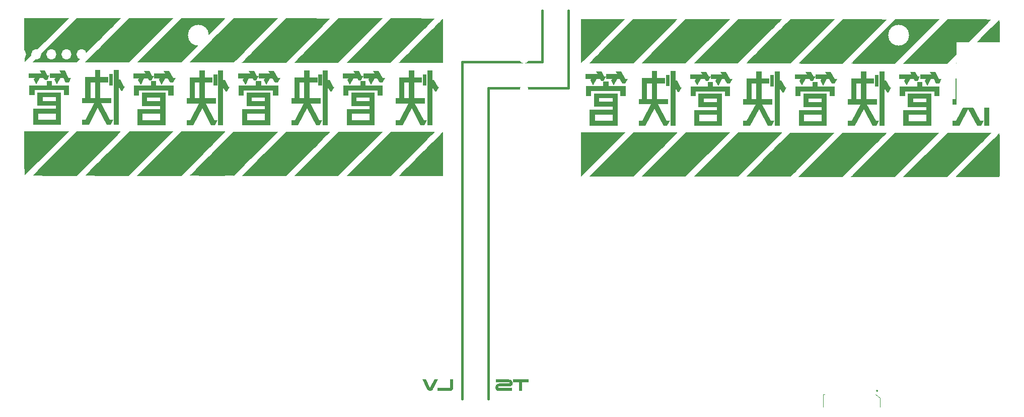
<source format=gbr>
%TF.GenerationSoftware,KiCad,Pcbnew,8.0.1-1.fc39*%
%TF.CreationDate,2024-04-19T17:20:26+02:00*%
%TF.ProjectId,FT24-AMS_Slave-v5,46543234-2d41-44d5-935f-536c6176652d,rev?*%
%TF.SameCoordinates,PX2faf080PY47868c0*%
%TF.FileFunction,Legend,Bot*%
%TF.FilePolarity,Positive*%
%FSLAX46Y46*%
G04 Gerber Fmt 4.6, Leading zero omitted, Abs format (unit mm)*
G04 Created by KiCad (PCBNEW 8.0.1-1.fc39) date 2024-04-19 17:20:26*
%MOMM*%
%LPD*%
G01*
G04 APERTURE LIST*
%ADD10C,0.400000*%
%ADD11C,0.150000*%
%ADD12C,0.300000*%
%ADD13C,0.100000*%
%ADD14C,0.200000*%
%ADD15C,0.000000*%
%ADD16R,1.700000X1.700000*%
%ADD17O,1.700000X1.700000*%
%ADD18C,3.500000*%
%ADD19C,1.400000*%
%ADD20C,0.850000*%
%ADD21R,0.550000X1.500000*%
G04 APERTURE END LIST*
D10*
X116700000Y-200000D02*
X116700000Y-13200000D01*
X98799847Y-65500000D02*
X98800152Y-8800000D01*
X112300000Y-200000D02*
X112300000Y-8800000D01*
X112300000Y-8800000D02*
X98800000Y-8800000D01*
X103200000Y-65500000D02*
X103200000Y-13200000D01*
X116700000Y-13200000D02*
X103200000Y-13200000D01*
D11*
G36*
X55558033Y-11435792D02*
G01*
X56869128Y-11435792D01*
X56869128Y-12309204D01*
X55558033Y-12309204D01*
X55558033Y-14935303D01*
X57383015Y-14935303D01*
X57383015Y-15810669D01*
X55692855Y-15810669D01*
X57148542Y-18587222D01*
X57707370Y-18587222D01*
X57259917Y-19437187D01*
X56611208Y-19437187D01*
X55120350Y-16596154D01*
X53619722Y-19437187D01*
X52476665Y-19437187D01*
X52476665Y-18587222D01*
X53082387Y-18587222D01*
X54538075Y-15810669D01*
X52476665Y-15810669D01*
X52476665Y-14935303D01*
X53015953Y-14935303D01*
X53015953Y-12309204D01*
X53889366Y-12309204D01*
X53889366Y-14935303D01*
X54661173Y-14935303D01*
X54661173Y-12309204D01*
X53889366Y-12309204D01*
X53015953Y-12309204D01*
X53015953Y-11435792D01*
X54661173Y-11435792D01*
X54661173Y-10249748D01*
X55558033Y-10249748D01*
X55558033Y-11435792D01*
G37*
G36*
X58637447Y-11807041D02*
G01*
X58907091Y-11807041D01*
X59534306Y-13004808D01*
X59702345Y-13004808D01*
X59276386Y-13809832D01*
X59030189Y-13809832D01*
X58637447Y-13071242D01*
X58637447Y-19437187D01*
X57787482Y-19437187D01*
X57787482Y-10226301D01*
X58637447Y-10226301D01*
X58637447Y-11807041D01*
G37*
G36*
X57640936Y-12809413D02*
G01*
X57025444Y-12809413D01*
X57025444Y-10873056D01*
X57640936Y-10873056D01*
X57640936Y-12809413D01*
G37*
G36*
X48930259Y-19437187D02*
G01*
X44215395Y-19437187D01*
X44215395Y-17561402D01*
X45088807Y-17561402D01*
X45088807Y-18632163D01*
X48056847Y-18632163D01*
X48056847Y-17561402D01*
X45088807Y-17561402D01*
X44215395Y-17561402D01*
X44215395Y-16756378D01*
X48056847Y-16756378D01*
X48056847Y-16242491D01*
X44953985Y-16242491D01*
X44953985Y-14810251D01*
X45827398Y-14810251D01*
X45827398Y-15435512D01*
X48056847Y-15435512D01*
X48056847Y-14810251D01*
X45827398Y-14810251D01*
X44953985Y-14810251D01*
X44953985Y-14005226D01*
X48930259Y-14005226D01*
X48930259Y-19437187D01*
G37*
G36*
X47384690Y-12809413D02*
G01*
X50274572Y-12809413D01*
X50274572Y-14435094D01*
X49401159Y-14435094D01*
X49401159Y-13639839D01*
X44483085Y-13639839D01*
X44483085Y-14435094D01*
X43609673Y-14435094D01*
X43609673Y-12809413D01*
X46511278Y-12809413D01*
X46511278Y-12037606D01*
X47384690Y-12037606D01*
X47384690Y-12809413D01*
G37*
G36*
X50217907Y-11549120D02*
G01*
X50643867Y-11549120D01*
X50229631Y-12309204D01*
X49713790Y-12309204D01*
X49299554Y-11558890D01*
X48863825Y-11558890D01*
X48269826Y-12668729D01*
X47832143Y-11840258D01*
X47978689Y-11558890D01*
X47027119Y-11558890D01*
X47027119Y-10775359D01*
X48885318Y-10775359D01*
X48639121Y-10316182D01*
X49557475Y-10316182D01*
X50217907Y-11549120D01*
G37*
G36*
X46667593Y-11134884D02*
G01*
X46991948Y-11134884D01*
X46589435Y-11894968D01*
X46163476Y-11894968D01*
X45985667Y-11558890D01*
X45346728Y-11558890D01*
X44764453Y-12657006D01*
X44326770Y-11828534D01*
X44473315Y-11558890D01*
X43519791Y-11558890D01*
X43519791Y-10775359D01*
X45569477Y-10775359D01*
X45323281Y-10316182D01*
X46231864Y-10316182D01*
X46667593Y-11134884D01*
G37*
G36*
X184373761Y-11588709D02*
G01*
X185684856Y-11588709D01*
X185684856Y-12462121D01*
X184373761Y-12462121D01*
X184373761Y-15088220D01*
X186198743Y-15088220D01*
X186198743Y-15963586D01*
X184508583Y-15963586D01*
X185964270Y-18740139D01*
X186523098Y-18740139D01*
X186075645Y-19590104D01*
X185426936Y-19590104D01*
X183936078Y-16749071D01*
X182435450Y-19590104D01*
X181292393Y-19590104D01*
X181292393Y-18740139D01*
X181898115Y-18740139D01*
X183353803Y-15963586D01*
X181292393Y-15963586D01*
X181292393Y-15088220D01*
X181831681Y-15088220D01*
X181831681Y-12462121D01*
X182705094Y-12462121D01*
X182705094Y-15088220D01*
X183476901Y-15088220D01*
X183476901Y-12462121D01*
X182705094Y-12462121D01*
X181831681Y-12462121D01*
X181831681Y-11588709D01*
X183476901Y-11588709D01*
X183476901Y-10402665D01*
X184373761Y-10402665D01*
X184373761Y-11588709D01*
G37*
G36*
X187453175Y-11959958D02*
G01*
X187722819Y-11959958D01*
X188350034Y-13157725D01*
X188518073Y-13157725D01*
X188092114Y-13962749D01*
X187845917Y-13962749D01*
X187453175Y-13224159D01*
X187453175Y-19590104D01*
X186603210Y-19590104D01*
X186603210Y-10379218D01*
X187453175Y-10379218D01*
X187453175Y-11959958D01*
G37*
G36*
X186456664Y-12962330D02*
G01*
X185841172Y-12962330D01*
X185841172Y-11025973D01*
X186456664Y-11025973D01*
X186456664Y-12962330D01*
G37*
G36*
X177745987Y-19590104D02*
G01*
X173031123Y-19590104D01*
X173031123Y-17714319D01*
X173904535Y-17714319D01*
X173904535Y-18785080D01*
X176872575Y-18785080D01*
X176872575Y-17714319D01*
X173904535Y-17714319D01*
X173031123Y-17714319D01*
X173031123Y-16909295D01*
X176872575Y-16909295D01*
X176872575Y-16395408D01*
X173769713Y-16395408D01*
X173769713Y-14963168D01*
X174643126Y-14963168D01*
X174643126Y-15588429D01*
X176872575Y-15588429D01*
X176872575Y-14963168D01*
X174643126Y-14963168D01*
X173769713Y-14963168D01*
X173769713Y-14158143D01*
X177745987Y-14158143D01*
X177745987Y-19590104D01*
G37*
G36*
X176200418Y-12962330D02*
G01*
X179090300Y-12962330D01*
X179090300Y-14588011D01*
X178216887Y-14588011D01*
X178216887Y-13792756D01*
X173298813Y-13792756D01*
X173298813Y-14588011D01*
X172425401Y-14588011D01*
X172425401Y-12962330D01*
X175327006Y-12962330D01*
X175327006Y-12190523D01*
X176200418Y-12190523D01*
X176200418Y-12962330D01*
G37*
G36*
X179033635Y-11702037D02*
G01*
X179459595Y-11702037D01*
X179045359Y-12462121D01*
X178529518Y-12462121D01*
X178115282Y-11711807D01*
X177679553Y-11711807D01*
X177085554Y-12821646D01*
X176647871Y-11993175D01*
X176794417Y-11711807D01*
X175842847Y-11711807D01*
X175842847Y-10928276D01*
X177701046Y-10928276D01*
X177454849Y-10469099D01*
X178373203Y-10469099D01*
X179033635Y-11702037D01*
G37*
G36*
X175483321Y-11287801D02*
G01*
X175807676Y-11287801D01*
X175405163Y-12047885D01*
X174979204Y-12047885D01*
X174801395Y-11711807D01*
X174162456Y-11711807D01*
X173580181Y-12809923D01*
X173142498Y-11981451D01*
X173289043Y-11711807D01*
X172335519Y-11711807D01*
X172335519Y-10928276D01*
X174385205Y-10928276D01*
X174139009Y-10469099D01*
X175047592Y-10469099D01*
X175483321Y-11287801D01*
G37*
G36*
X37988976Y-11372764D02*
G01*
X39300071Y-11372764D01*
X39300071Y-12246176D01*
X37988976Y-12246176D01*
X37988976Y-14872275D01*
X39813958Y-14872275D01*
X39813958Y-15747641D01*
X38123798Y-15747641D01*
X39579485Y-18524194D01*
X40138313Y-18524194D01*
X39690860Y-19374159D01*
X39042151Y-19374159D01*
X37551293Y-16533126D01*
X36050665Y-19374159D01*
X34907608Y-19374159D01*
X34907608Y-18524194D01*
X35513330Y-18524194D01*
X36969018Y-15747641D01*
X34907608Y-15747641D01*
X34907608Y-14872275D01*
X35446896Y-14872275D01*
X35446896Y-12246176D01*
X36320309Y-12246176D01*
X36320309Y-14872275D01*
X37092116Y-14872275D01*
X37092116Y-12246176D01*
X36320309Y-12246176D01*
X35446896Y-12246176D01*
X35446896Y-11372764D01*
X37092116Y-11372764D01*
X37092116Y-10186720D01*
X37988976Y-10186720D01*
X37988976Y-11372764D01*
G37*
G36*
X41068390Y-11744013D02*
G01*
X41338034Y-11744013D01*
X41965249Y-12941780D01*
X42133288Y-12941780D01*
X41707329Y-13746804D01*
X41461132Y-13746804D01*
X41068390Y-13008214D01*
X41068390Y-19374159D01*
X40218425Y-19374159D01*
X40218425Y-10163273D01*
X41068390Y-10163273D01*
X41068390Y-11744013D01*
G37*
G36*
X40071879Y-12746385D02*
G01*
X39456387Y-12746385D01*
X39456387Y-10810028D01*
X40071879Y-10810028D01*
X40071879Y-12746385D01*
G37*
G36*
X31361202Y-19374159D02*
G01*
X26646338Y-19374159D01*
X26646338Y-17498374D01*
X27519750Y-17498374D01*
X27519750Y-18569135D01*
X30487790Y-18569135D01*
X30487790Y-17498374D01*
X27519750Y-17498374D01*
X26646338Y-17498374D01*
X26646338Y-16693350D01*
X30487790Y-16693350D01*
X30487790Y-16179463D01*
X27384928Y-16179463D01*
X27384928Y-14747223D01*
X28258341Y-14747223D01*
X28258341Y-15372484D01*
X30487790Y-15372484D01*
X30487790Y-14747223D01*
X28258341Y-14747223D01*
X27384928Y-14747223D01*
X27384928Y-13942198D01*
X31361202Y-13942198D01*
X31361202Y-19374159D01*
G37*
G36*
X29815633Y-12746385D02*
G01*
X32705515Y-12746385D01*
X32705515Y-14372066D01*
X31832102Y-14372066D01*
X31832102Y-13576811D01*
X26914028Y-13576811D01*
X26914028Y-14372066D01*
X26040616Y-14372066D01*
X26040616Y-12746385D01*
X28942221Y-12746385D01*
X28942221Y-11974578D01*
X29815633Y-11974578D01*
X29815633Y-12746385D01*
G37*
G36*
X32648850Y-11486092D02*
G01*
X33074810Y-11486092D01*
X32660574Y-12246176D01*
X32144733Y-12246176D01*
X31730497Y-11495862D01*
X31294768Y-11495862D01*
X30700769Y-12605701D01*
X30263086Y-11777230D01*
X30409632Y-11495862D01*
X29458062Y-11495862D01*
X29458062Y-10712331D01*
X31316261Y-10712331D01*
X31070064Y-10253154D01*
X31988418Y-10253154D01*
X32648850Y-11486092D01*
G37*
G36*
X29098536Y-11071856D02*
G01*
X29422891Y-11071856D01*
X29020378Y-11831940D01*
X28594419Y-11831940D01*
X28416610Y-11495862D01*
X27777671Y-11495862D01*
X27195396Y-12593978D01*
X26757713Y-11765506D01*
X26904258Y-11495862D01*
X25950734Y-11495862D01*
X25950734Y-10712331D01*
X28000420Y-10712331D01*
X27754224Y-10253154D01*
X28662807Y-10253154D01*
X29098536Y-11071856D01*
G37*
D12*
G36*
X97324284Y-63598241D02*
G01*
X97324284Y-62252951D01*
X96808932Y-62252951D01*
X96808932Y-63691053D01*
X94649825Y-63691053D01*
X94649825Y-64191263D01*
X96723447Y-64191263D01*
X96824122Y-64182848D01*
X96919702Y-64157603D01*
X97010186Y-64115528D01*
X97095574Y-64056624D01*
X97142079Y-64015408D01*
X97213075Y-63935339D01*
X97266633Y-63849006D01*
X97302754Y-63756408D01*
X97321437Y-63657546D01*
X97324284Y-63598241D01*
G37*
G36*
X94766085Y-62252951D02*
G01*
X94182344Y-62252951D01*
X93440823Y-63663210D01*
X92685624Y-62252951D01*
X92101395Y-62252951D01*
X92934263Y-63801451D01*
X92988134Y-63892813D01*
X93059981Y-63989885D01*
X93136836Y-64067924D01*
X93218700Y-64126928D01*
X93323549Y-64172609D01*
X93435611Y-64190882D01*
X93454989Y-64191263D01*
X93560805Y-64175188D01*
X93663565Y-64126966D01*
X93746863Y-64062222D01*
X93828038Y-63975153D01*
X93891449Y-63889424D01*
X93953502Y-63789407D01*
X93984019Y-63734040D01*
X94766085Y-62252951D01*
G37*
D11*
G36*
X73173761Y-11435792D02*
G01*
X74484856Y-11435792D01*
X74484856Y-12309204D01*
X73173761Y-12309204D01*
X73173761Y-14935303D01*
X74998743Y-14935303D01*
X74998743Y-15810669D01*
X73308583Y-15810669D01*
X74764270Y-18587222D01*
X75323098Y-18587222D01*
X74875645Y-19437187D01*
X74226936Y-19437187D01*
X72736078Y-16596154D01*
X71235450Y-19437187D01*
X70092393Y-19437187D01*
X70092393Y-18587222D01*
X70698115Y-18587222D01*
X72153803Y-15810669D01*
X70092393Y-15810669D01*
X70092393Y-14935303D01*
X70631681Y-14935303D01*
X70631681Y-12309204D01*
X71505094Y-12309204D01*
X71505094Y-14935303D01*
X72276901Y-14935303D01*
X72276901Y-12309204D01*
X71505094Y-12309204D01*
X70631681Y-12309204D01*
X70631681Y-11435792D01*
X72276901Y-11435792D01*
X72276901Y-10249748D01*
X73173761Y-10249748D01*
X73173761Y-11435792D01*
G37*
G36*
X76253175Y-11807041D02*
G01*
X76522819Y-11807041D01*
X77150034Y-13004808D01*
X77318073Y-13004808D01*
X76892114Y-13809832D01*
X76645917Y-13809832D01*
X76253175Y-13071242D01*
X76253175Y-19437187D01*
X75403210Y-19437187D01*
X75403210Y-10226301D01*
X76253175Y-10226301D01*
X76253175Y-11807041D01*
G37*
G36*
X75256664Y-12809413D02*
G01*
X74641172Y-12809413D01*
X74641172Y-10873056D01*
X75256664Y-10873056D01*
X75256664Y-12809413D01*
G37*
G36*
X66545987Y-19437187D02*
G01*
X61831123Y-19437187D01*
X61831123Y-17561402D01*
X62704535Y-17561402D01*
X62704535Y-18632163D01*
X65672575Y-18632163D01*
X65672575Y-17561402D01*
X62704535Y-17561402D01*
X61831123Y-17561402D01*
X61831123Y-16756378D01*
X65672575Y-16756378D01*
X65672575Y-16242491D01*
X62569713Y-16242491D01*
X62569713Y-14810251D01*
X63443126Y-14810251D01*
X63443126Y-15435512D01*
X65672575Y-15435512D01*
X65672575Y-14810251D01*
X63443126Y-14810251D01*
X62569713Y-14810251D01*
X62569713Y-14005226D01*
X66545987Y-14005226D01*
X66545987Y-19437187D01*
G37*
G36*
X65000418Y-12809413D02*
G01*
X67890300Y-12809413D01*
X67890300Y-14435094D01*
X67016887Y-14435094D01*
X67016887Y-13639839D01*
X62098813Y-13639839D01*
X62098813Y-14435094D01*
X61225401Y-14435094D01*
X61225401Y-12809413D01*
X64127006Y-12809413D01*
X64127006Y-12037606D01*
X65000418Y-12037606D01*
X65000418Y-12809413D01*
G37*
G36*
X67833635Y-11549120D02*
G01*
X68259595Y-11549120D01*
X67845359Y-12309204D01*
X67329518Y-12309204D01*
X66915282Y-11558890D01*
X66479553Y-11558890D01*
X65885554Y-12668729D01*
X65447871Y-11840258D01*
X65594417Y-11558890D01*
X64642847Y-11558890D01*
X64642847Y-10775359D01*
X66501046Y-10775359D01*
X66254849Y-10316182D01*
X67173203Y-10316182D01*
X67833635Y-11549120D01*
G37*
G36*
X64283321Y-11134884D02*
G01*
X64607676Y-11134884D01*
X64205163Y-11894968D01*
X63779204Y-11894968D01*
X63601395Y-11558890D01*
X62962456Y-11558890D01*
X62380181Y-12657006D01*
X61942498Y-11828534D01*
X62089043Y-11558890D01*
X61135519Y-11558890D01*
X61135519Y-10775359D01*
X63185205Y-10775359D01*
X62939009Y-10316182D01*
X63847592Y-10316182D01*
X64283321Y-11134884D01*
G37*
G36*
X90758033Y-11435792D02*
G01*
X92069128Y-11435792D01*
X92069128Y-12309204D01*
X90758033Y-12309204D01*
X90758033Y-14935303D01*
X92583015Y-14935303D01*
X92583015Y-15810669D01*
X90892855Y-15810669D01*
X92348542Y-18587222D01*
X92907370Y-18587222D01*
X92459917Y-19437187D01*
X91811208Y-19437187D01*
X90320350Y-16596154D01*
X88819722Y-19437187D01*
X87676665Y-19437187D01*
X87676665Y-18587222D01*
X88282387Y-18587222D01*
X89738075Y-15810669D01*
X87676665Y-15810669D01*
X87676665Y-14935303D01*
X88215953Y-14935303D01*
X88215953Y-12309204D01*
X89089366Y-12309204D01*
X89089366Y-14935303D01*
X89861173Y-14935303D01*
X89861173Y-12309204D01*
X89089366Y-12309204D01*
X88215953Y-12309204D01*
X88215953Y-11435792D01*
X89861173Y-11435792D01*
X89861173Y-10249748D01*
X90758033Y-10249748D01*
X90758033Y-11435792D01*
G37*
G36*
X93837447Y-11807041D02*
G01*
X94107091Y-11807041D01*
X94734306Y-13004808D01*
X94902345Y-13004808D01*
X94476386Y-13809832D01*
X94230189Y-13809832D01*
X93837447Y-13071242D01*
X93837447Y-19437187D01*
X92987482Y-19437187D01*
X92987482Y-10226301D01*
X93837447Y-10226301D01*
X93837447Y-11807041D01*
G37*
G36*
X92840936Y-12809413D02*
G01*
X92225444Y-12809413D01*
X92225444Y-10873056D01*
X92840936Y-10873056D01*
X92840936Y-12809413D01*
G37*
G36*
X84130259Y-19437187D02*
G01*
X79415395Y-19437187D01*
X79415395Y-17561402D01*
X80288807Y-17561402D01*
X80288807Y-18632163D01*
X83256847Y-18632163D01*
X83256847Y-17561402D01*
X80288807Y-17561402D01*
X79415395Y-17561402D01*
X79415395Y-16756378D01*
X83256847Y-16756378D01*
X83256847Y-16242491D01*
X80153985Y-16242491D01*
X80153985Y-14810251D01*
X81027398Y-14810251D01*
X81027398Y-15435512D01*
X83256847Y-15435512D01*
X83256847Y-14810251D01*
X81027398Y-14810251D01*
X80153985Y-14810251D01*
X80153985Y-14005226D01*
X84130259Y-14005226D01*
X84130259Y-19437187D01*
G37*
G36*
X82584690Y-12809413D02*
G01*
X85474572Y-12809413D01*
X85474572Y-14435094D01*
X84601159Y-14435094D01*
X84601159Y-13639839D01*
X79683085Y-13639839D01*
X79683085Y-14435094D01*
X78809673Y-14435094D01*
X78809673Y-12809413D01*
X81711278Y-12809413D01*
X81711278Y-12037606D01*
X82584690Y-12037606D01*
X82584690Y-12809413D01*
G37*
G36*
X85417907Y-11549120D02*
G01*
X85843867Y-11549120D01*
X85429631Y-12309204D01*
X84913790Y-12309204D01*
X84499554Y-11558890D01*
X84063825Y-11558890D01*
X83469826Y-12668729D01*
X83032143Y-11840258D01*
X83178689Y-11558890D01*
X82227119Y-11558890D01*
X82227119Y-10775359D01*
X84085318Y-10775359D01*
X83839121Y-10316182D01*
X84757475Y-10316182D01*
X85417907Y-11549120D01*
G37*
G36*
X81867593Y-11134884D02*
G01*
X82191948Y-11134884D01*
X81789435Y-11894968D01*
X81363476Y-11894968D01*
X81185667Y-11558890D01*
X80546728Y-11558890D01*
X79964453Y-12657006D01*
X79526770Y-11828534D01*
X79673315Y-11558890D01*
X78719791Y-11558890D01*
X78719791Y-10775359D01*
X80769477Y-10775359D01*
X80523281Y-10316182D01*
X81431864Y-10316182D01*
X81867593Y-11134884D01*
G37*
D12*
G36*
X110016608Y-62753161D02*
G01*
X110016608Y-62252951D01*
X107336775Y-62252951D01*
X107336775Y-62753161D01*
X108417306Y-62753161D01*
X108417306Y-64191263D01*
X108933147Y-64191263D01*
X108933147Y-62753161D01*
X110016608Y-62753161D01*
G37*
G36*
X106604535Y-62252951D02*
G01*
X104528471Y-62252951D01*
X104528471Y-62753161D01*
X106782344Y-62753161D01*
X106782344Y-62940739D01*
X105058967Y-62940739D01*
X104947980Y-62949388D01*
X104842837Y-62975334D01*
X104743537Y-63018577D01*
X104650081Y-63079118D01*
X104599302Y-63121479D01*
X104531404Y-63192279D01*
X104469945Y-63282519D01*
X104427607Y-63380987D01*
X104404389Y-63487683D01*
X104399511Y-63568932D01*
X104409118Y-63681528D01*
X104437939Y-63785943D01*
X104485974Y-63882178D01*
X104553224Y-63970230D01*
X104600279Y-64016873D01*
X104686779Y-64084824D01*
X104780011Y-64136085D01*
X104879975Y-64170656D01*
X104986671Y-64188538D01*
X105050662Y-64191263D01*
X107211235Y-64191263D01*
X107211235Y-63691053D01*
X104917794Y-63691053D01*
X104917794Y-63440949D01*
X106671946Y-63440949D01*
X106781748Y-63433071D01*
X106885472Y-63409439D01*
X106983119Y-63370053D01*
X107074688Y-63314912D01*
X107124284Y-63276329D01*
X107194672Y-63208403D01*
X107258385Y-63122297D01*
X107302276Y-63028804D01*
X107326346Y-62927925D01*
X107331402Y-62851346D01*
X107323107Y-62753018D01*
X107292463Y-62647200D01*
X107239239Y-62550966D01*
X107175646Y-62476107D01*
X107095464Y-62408290D01*
X106999844Y-62347762D01*
X106897633Y-62302101D01*
X106788830Y-62271307D01*
X106690323Y-62256744D01*
X106604535Y-62252951D01*
G37*
D11*
G36*
X131604704Y-11525681D02*
G01*
X132915799Y-11525681D01*
X132915799Y-12399093D01*
X131604704Y-12399093D01*
X131604704Y-15025192D01*
X133429686Y-15025192D01*
X133429686Y-15900558D01*
X131739526Y-15900558D01*
X133195213Y-18677111D01*
X133754041Y-18677111D01*
X133306588Y-19527076D01*
X132657879Y-19527076D01*
X131167021Y-16686043D01*
X129666393Y-19527076D01*
X128523336Y-19527076D01*
X128523336Y-18677111D01*
X129129058Y-18677111D01*
X130584746Y-15900558D01*
X128523336Y-15900558D01*
X128523336Y-15025192D01*
X129062624Y-15025192D01*
X129062624Y-12399093D01*
X129936037Y-12399093D01*
X129936037Y-15025192D01*
X130707844Y-15025192D01*
X130707844Y-12399093D01*
X129936037Y-12399093D01*
X129062624Y-12399093D01*
X129062624Y-11525681D01*
X130707844Y-11525681D01*
X130707844Y-10339637D01*
X131604704Y-10339637D01*
X131604704Y-11525681D01*
G37*
G36*
X134684118Y-11896930D02*
G01*
X134953762Y-11896930D01*
X135580977Y-13094697D01*
X135749016Y-13094697D01*
X135323057Y-13899721D01*
X135076860Y-13899721D01*
X134684118Y-13161131D01*
X134684118Y-19527076D01*
X133834153Y-19527076D01*
X133834153Y-10316190D01*
X134684118Y-10316190D01*
X134684118Y-11896930D01*
G37*
G36*
X133687607Y-12899302D02*
G01*
X133072115Y-12899302D01*
X133072115Y-10962945D01*
X133687607Y-10962945D01*
X133687607Y-12899302D01*
G37*
G36*
X124976930Y-19527076D02*
G01*
X120262066Y-19527076D01*
X120262066Y-17651291D01*
X121135478Y-17651291D01*
X121135478Y-18722052D01*
X124103518Y-18722052D01*
X124103518Y-17651291D01*
X121135478Y-17651291D01*
X120262066Y-17651291D01*
X120262066Y-16846267D01*
X124103518Y-16846267D01*
X124103518Y-16332380D01*
X121000656Y-16332380D01*
X121000656Y-14900140D01*
X121874069Y-14900140D01*
X121874069Y-15525401D01*
X124103518Y-15525401D01*
X124103518Y-14900140D01*
X121874069Y-14900140D01*
X121000656Y-14900140D01*
X121000656Y-14095115D01*
X124976930Y-14095115D01*
X124976930Y-19527076D01*
G37*
G36*
X123431361Y-12899302D02*
G01*
X126321243Y-12899302D01*
X126321243Y-14524983D01*
X125447830Y-14524983D01*
X125447830Y-13729728D01*
X120529756Y-13729728D01*
X120529756Y-14524983D01*
X119656344Y-14524983D01*
X119656344Y-12899302D01*
X122557949Y-12899302D01*
X122557949Y-12127495D01*
X123431361Y-12127495D01*
X123431361Y-12899302D01*
G37*
G36*
X126264578Y-11639009D02*
G01*
X126690538Y-11639009D01*
X126276302Y-12399093D01*
X125760461Y-12399093D01*
X125346225Y-11648779D01*
X124910496Y-11648779D01*
X124316497Y-12758618D01*
X123878814Y-11930147D01*
X124025360Y-11648779D01*
X123073790Y-11648779D01*
X123073790Y-10865248D01*
X124931989Y-10865248D01*
X124685792Y-10406071D01*
X125604146Y-10406071D01*
X126264578Y-11639009D01*
G37*
G36*
X122714264Y-11224773D02*
G01*
X123038619Y-11224773D01*
X122636106Y-11984857D01*
X122210147Y-11984857D01*
X122032338Y-11648779D01*
X121393399Y-11648779D01*
X120811124Y-12746895D01*
X120373441Y-11918423D01*
X120519986Y-11648779D01*
X119566462Y-11648779D01*
X119566462Y-10865248D01*
X121616148Y-10865248D01*
X121369952Y-10406071D01*
X122278535Y-10406071D01*
X122714264Y-11224773D01*
G37*
G36*
X149173761Y-11588709D02*
G01*
X150484856Y-11588709D01*
X150484856Y-12462121D01*
X149173761Y-12462121D01*
X149173761Y-15088220D01*
X150998743Y-15088220D01*
X150998743Y-15963586D01*
X149308583Y-15963586D01*
X150764270Y-18740139D01*
X151323098Y-18740139D01*
X150875645Y-19590104D01*
X150226936Y-19590104D01*
X148736078Y-16749071D01*
X147235450Y-19590104D01*
X146092393Y-19590104D01*
X146092393Y-18740139D01*
X146698115Y-18740139D01*
X148153803Y-15963586D01*
X146092393Y-15963586D01*
X146092393Y-15088220D01*
X146631681Y-15088220D01*
X146631681Y-12462121D01*
X147505094Y-12462121D01*
X147505094Y-15088220D01*
X148276901Y-15088220D01*
X148276901Y-12462121D01*
X147505094Y-12462121D01*
X146631681Y-12462121D01*
X146631681Y-11588709D01*
X148276901Y-11588709D01*
X148276901Y-10402665D01*
X149173761Y-10402665D01*
X149173761Y-11588709D01*
G37*
G36*
X152253175Y-11959958D02*
G01*
X152522819Y-11959958D01*
X153150034Y-13157725D01*
X153318073Y-13157725D01*
X152892114Y-13962749D01*
X152645917Y-13962749D01*
X152253175Y-13224159D01*
X152253175Y-19590104D01*
X151403210Y-19590104D01*
X151403210Y-10379218D01*
X152253175Y-10379218D01*
X152253175Y-11959958D01*
G37*
G36*
X151256664Y-12962330D02*
G01*
X150641172Y-12962330D01*
X150641172Y-11025973D01*
X151256664Y-11025973D01*
X151256664Y-12962330D01*
G37*
G36*
X142545987Y-19590104D02*
G01*
X137831123Y-19590104D01*
X137831123Y-17714319D01*
X138704535Y-17714319D01*
X138704535Y-18785080D01*
X141672575Y-18785080D01*
X141672575Y-17714319D01*
X138704535Y-17714319D01*
X137831123Y-17714319D01*
X137831123Y-16909295D01*
X141672575Y-16909295D01*
X141672575Y-16395408D01*
X138569713Y-16395408D01*
X138569713Y-14963168D01*
X139443126Y-14963168D01*
X139443126Y-15588429D01*
X141672575Y-15588429D01*
X141672575Y-14963168D01*
X139443126Y-14963168D01*
X138569713Y-14963168D01*
X138569713Y-14158143D01*
X142545987Y-14158143D01*
X142545987Y-19590104D01*
G37*
G36*
X141000418Y-12962330D02*
G01*
X143890300Y-12962330D01*
X143890300Y-14588011D01*
X143016887Y-14588011D01*
X143016887Y-13792756D01*
X138098813Y-13792756D01*
X138098813Y-14588011D01*
X137225401Y-14588011D01*
X137225401Y-12962330D01*
X140127006Y-12962330D01*
X140127006Y-12190523D01*
X141000418Y-12190523D01*
X141000418Y-12962330D01*
G37*
G36*
X143833635Y-11702037D02*
G01*
X144259595Y-11702037D01*
X143845359Y-12462121D01*
X143329518Y-12462121D01*
X142915282Y-11711807D01*
X142479553Y-11711807D01*
X141885554Y-12821646D01*
X141447871Y-11993175D01*
X141594417Y-11711807D01*
X140642847Y-11711807D01*
X140642847Y-10928276D01*
X142501046Y-10928276D01*
X142254849Y-10469099D01*
X143173203Y-10469099D01*
X143833635Y-11702037D01*
G37*
G36*
X140283321Y-11287801D02*
G01*
X140607676Y-11287801D01*
X140205163Y-12047885D01*
X139779204Y-12047885D01*
X139601395Y-11711807D01*
X138962456Y-11711807D01*
X138380181Y-12809923D01*
X137942498Y-11981451D01*
X138089043Y-11711807D01*
X137135519Y-11711807D01*
X137135519Y-10928276D01*
X139185205Y-10928276D01*
X138939009Y-10469099D01*
X139847592Y-10469099D01*
X140283321Y-11287801D01*
G37*
G36*
X166789489Y-11588709D02*
G01*
X168100584Y-11588709D01*
X168100584Y-12462121D01*
X166789489Y-12462121D01*
X166789489Y-15088220D01*
X168614471Y-15088220D01*
X168614471Y-15963586D01*
X166924311Y-15963586D01*
X168379998Y-18740139D01*
X168938826Y-18740139D01*
X168491373Y-19590104D01*
X167842664Y-19590104D01*
X166351806Y-16749071D01*
X164851178Y-19590104D01*
X163708121Y-19590104D01*
X163708121Y-18740139D01*
X164313843Y-18740139D01*
X165769531Y-15963586D01*
X163708121Y-15963586D01*
X163708121Y-15088220D01*
X164247409Y-15088220D01*
X164247409Y-12462121D01*
X165120822Y-12462121D01*
X165120822Y-15088220D01*
X165892629Y-15088220D01*
X165892629Y-12462121D01*
X165120822Y-12462121D01*
X164247409Y-12462121D01*
X164247409Y-11588709D01*
X165892629Y-11588709D01*
X165892629Y-10402665D01*
X166789489Y-10402665D01*
X166789489Y-11588709D01*
G37*
G36*
X169868903Y-11959958D02*
G01*
X170138547Y-11959958D01*
X170765762Y-13157725D01*
X170933801Y-13157725D01*
X170507842Y-13962749D01*
X170261645Y-13962749D01*
X169868903Y-13224159D01*
X169868903Y-19590104D01*
X169018938Y-19590104D01*
X169018938Y-10379218D01*
X169868903Y-10379218D01*
X169868903Y-11959958D01*
G37*
G36*
X168872392Y-12962330D02*
G01*
X168256900Y-12962330D01*
X168256900Y-11025973D01*
X168872392Y-11025973D01*
X168872392Y-12962330D01*
G37*
G36*
X160161715Y-19590104D02*
G01*
X155446851Y-19590104D01*
X155446851Y-17714319D01*
X156320263Y-17714319D01*
X156320263Y-18785080D01*
X159288303Y-18785080D01*
X159288303Y-17714319D01*
X156320263Y-17714319D01*
X155446851Y-17714319D01*
X155446851Y-16909295D01*
X159288303Y-16909295D01*
X159288303Y-16395408D01*
X156185441Y-16395408D01*
X156185441Y-14963168D01*
X157058854Y-14963168D01*
X157058854Y-15588429D01*
X159288303Y-15588429D01*
X159288303Y-14963168D01*
X157058854Y-14963168D01*
X156185441Y-14963168D01*
X156185441Y-14158143D01*
X160161715Y-14158143D01*
X160161715Y-19590104D01*
G37*
G36*
X158616146Y-12962330D02*
G01*
X161506028Y-12962330D01*
X161506028Y-14588011D01*
X160632615Y-14588011D01*
X160632615Y-13792756D01*
X155714541Y-13792756D01*
X155714541Y-14588011D01*
X154841129Y-14588011D01*
X154841129Y-12962330D01*
X157742734Y-12962330D01*
X157742734Y-12190523D01*
X158616146Y-12190523D01*
X158616146Y-12962330D01*
G37*
G36*
X161449363Y-11702037D02*
G01*
X161875323Y-11702037D01*
X161461087Y-12462121D01*
X160945246Y-12462121D01*
X160531010Y-11711807D01*
X160095281Y-11711807D01*
X159501282Y-12821646D01*
X159063599Y-11993175D01*
X159210145Y-11711807D01*
X158258575Y-11711807D01*
X158258575Y-10928276D01*
X160116774Y-10928276D01*
X159870577Y-10469099D01*
X160788931Y-10469099D01*
X161449363Y-11702037D01*
G37*
G36*
X157899049Y-11287801D02*
G01*
X158223404Y-11287801D01*
X157820891Y-12047885D01*
X157394932Y-12047885D01*
X157217123Y-11711807D01*
X156578184Y-11711807D01*
X155995909Y-12809923D01*
X155558226Y-11981451D01*
X155704771Y-11711807D01*
X154751247Y-11711807D01*
X154751247Y-10928276D01*
X156800933Y-10928276D01*
X156554737Y-10469099D01*
X157463320Y-10469099D01*
X157899049Y-11287801D01*
G37*
D13*
%TO.C,J5*%
X159500000Y-64750000D02*
X159500000Y-66850000D01*
X159800000Y-64750000D02*
X159500000Y-64750000D01*
D14*
X168600000Y-64050000D02*
X168600000Y-64050000D01*
X168600000Y-64250000D02*
X168600000Y-64250000D01*
D13*
X169100000Y-65350000D02*
X168300000Y-64750000D01*
X169100000Y-66850000D02*
X169100000Y-65350000D01*
D14*
X168600000Y-64050000D02*
G75*
G02*
X168600000Y-64250000I0J-100000D01*
G01*
X168600000Y-64250000D02*
G75*
G02*
X168600000Y-64050000I0J100000D01*
G01*
D15*
%TO.C,G\u002A\u002A\u002A*%
G36*
X28949611Y-5125806D02*
G01*
X28600496Y-5474888D01*
X28048191Y-6026846D01*
X27525892Y-6548457D01*
X27040163Y-7033185D01*
X26597568Y-7474492D01*
X26204673Y-7865842D01*
X25868041Y-8200696D01*
X25594238Y-8472518D01*
X25389827Y-8674770D01*
X25261375Y-8800915D01*
X25215444Y-8844416D01*
X25212773Y-8791973D01*
X25210044Y-8623991D01*
X25207526Y-8351099D01*
X25205266Y-7984281D01*
X25203311Y-7534523D01*
X25201709Y-7012811D01*
X25200506Y-6430131D01*
X25199749Y-5797467D01*
X25199487Y-5125806D01*
X25199487Y-1407195D01*
X28933654Y-1407195D01*
X32667821Y-1407195D01*
X28949611Y-5125806D01*
G37*
G36*
X46502713Y-5157320D02*
G01*
X42752986Y-8907444D01*
X39081447Y-8907444D01*
X38500222Y-8906850D01*
X37866218Y-8904778D01*
X37280878Y-8901354D01*
X36755258Y-8896721D01*
X36300414Y-8891020D01*
X35927401Y-8884393D01*
X35647276Y-8876981D01*
X35471093Y-8868927D01*
X35409909Y-8860372D01*
X35424876Y-8841167D01*
X35517445Y-8741575D01*
X35688884Y-8563489D01*
X35932632Y-8313553D01*
X36242131Y-7998410D01*
X36610822Y-7624704D01*
X37032144Y-7199078D01*
X37499539Y-6728176D01*
X38006446Y-6218641D01*
X38546307Y-5677117D01*
X39112562Y-5110248D01*
X42815215Y-1407195D01*
X46533827Y-1407195D01*
X50252439Y-1407195D01*
X46502713Y-5157320D01*
G37*
G36*
X55891803Y-1407789D02*
G01*
X56525808Y-1409861D01*
X57111148Y-1413285D01*
X57636767Y-1417918D01*
X58091612Y-1423619D01*
X58464624Y-1430246D01*
X58744750Y-1437658D01*
X58920933Y-1445712D01*
X58982117Y-1454267D01*
X58967149Y-1473472D01*
X58874581Y-1573064D01*
X58703142Y-1751150D01*
X58459393Y-2001086D01*
X58149894Y-2316229D01*
X57781204Y-2689935D01*
X57359881Y-3115561D01*
X56892487Y-3586464D01*
X56385579Y-4095998D01*
X55845719Y-4637522D01*
X55279464Y-5204391D01*
X51576810Y-8907444D01*
X47858198Y-8907444D01*
X44139586Y-8907444D01*
X47889313Y-5157320D01*
X51639040Y-1407195D01*
X55310578Y-1407195D01*
X55891803Y-1407789D01*
G37*
G36*
X38303165Y-1407836D02*
G01*
X38938497Y-1409945D01*
X39524835Y-1413389D01*
X40051170Y-1418029D01*
X40506493Y-1423725D01*
X40879797Y-1430337D01*
X41160071Y-1437724D01*
X41336309Y-1445748D01*
X41397502Y-1454267D01*
X41382534Y-1473472D01*
X41289965Y-1573064D01*
X41118527Y-1751150D01*
X40874778Y-2001086D01*
X40565279Y-2316229D01*
X40196588Y-2689935D01*
X39775266Y-3115561D01*
X39307871Y-3586464D01*
X38800964Y-4095998D01*
X38261103Y-4637522D01*
X37694848Y-5204391D01*
X33992195Y-8907444D01*
X30289141Y-8907444D01*
X29680424Y-8906803D01*
X29045092Y-8904695D01*
X28458754Y-8901250D01*
X27932419Y-8896610D01*
X27477096Y-8890914D01*
X27103792Y-8884302D01*
X26823517Y-8876915D01*
X26647280Y-8868891D01*
X26586087Y-8860372D01*
X26601055Y-8841167D01*
X26693624Y-8741575D01*
X26865062Y-8563489D01*
X27108811Y-8313553D01*
X27418310Y-7998410D01*
X27787001Y-7624704D01*
X28208323Y-7199078D01*
X28675717Y-6728176D01*
X29182625Y-6218641D01*
X29722486Y-5677117D01*
X30288741Y-5110248D01*
X33991394Y-1407195D01*
X37694448Y-1407195D01*
X38303165Y-1407836D01*
G37*
G36*
X60390516Y-1499291D02*
G01*
X60398819Y-1638952D01*
X60406194Y-1881989D01*
X60412629Y-2214965D01*
X60418116Y-2624444D01*
X60422643Y-3096989D01*
X60426202Y-3619164D01*
X60428781Y-4177531D01*
X60430373Y-4758654D01*
X60430965Y-5349098D01*
X60430549Y-5935424D01*
X60429115Y-6504196D01*
X60426652Y-7041978D01*
X60423151Y-7535334D01*
X60418602Y-7970825D01*
X60412995Y-8335017D01*
X60406320Y-8614472D01*
X60398567Y-8795754D01*
X60389727Y-8865425D01*
X60354438Y-8871598D01*
X60206583Y-8879660D01*
X59956356Y-8886652D01*
X59617195Y-8892581D01*
X59202536Y-8897459D01*
X58725815Y-8901293D01*
X58200470Y-8904092D01*
X57639936Y-8905867D01*
X57057651Y-8906627D01*
X56467051Y-8906379D01*
X55881573Y-8905135D01*
X55314653Y-8902902D01*
X54779729Y-8899690D01*
X54290235Y-8895508D01*
X53859610Y-8890366D01*
X53501290Y-8884272D01*
X53228711Y-8877236D01*
X53055310Y-8869267D01*
X52994524Y-8860373D01*
X52995712Y-8857829D01*
X53052982Y-8792691D01*
X53190403Y-8648152D01*
X53399933Y-8432256D01*
X53673528Y-8153046D01*
X54003145Y-7818565D01*
X54380741Y-7436858D01*
X54798273Y-7015968D01*
X55247698Y-6563938D01*
X55720972Y-6088812D01*
X56210054Y-5598633D01*
X56706899Y-5101445D01*
X57203465Y-4605292D01*
X57691708Y-4118216D01*
X58163585Y-3648262D01*
X58611054Y-3203473D01*
X59026071Y-2791892D01*
X59400593Y-2421563D01*
X59726577Y-2100530D01*
X59995980Y-1836836D01*
X60200759Y-1638524D01*
X60332871Y-1513639D01*
X60384272Y-1470223D01*
X60390516Y-1499291D01*
G37*
G36*
X28949611Y-24202666D02*
G01*
X28600496Y-24551748D01*
X28048191Y-25103706D01*
X27525892Y-25625317D01*
X27040163Y-26110045D01*
X26597568Y-26551352D01*
X26204673Y-26942702D01*
X25868041Y-27277556D01*
X25594238Y-27549378D01*
X25389827Y-27751630D01*
X25261375Y-27877775D01*
X25215444Y-27921276D01*
X25212773Y-27868833D01*
X25210044Y-27700851D01*
X25207526Y-27427959D01*
X25205266Y-27061141D01*
X25203311Y-26611383D01*
X25201709Y-26089671D01*
X25200506Y-25506991D01*
X25199749Y-24874327D01*
X25199487Y-24202666D01*
X25199487Y-20484055D01*
X28933654Y-20484055D01*
X32667821Y-20484055D01*
X28949611Y-24202666D01*
G37*
G36*
X46502713Y-24234180D02*
G01*
X42752986Y-27984304D01*
X39081447Y-27984304D01*
X38500222Y-27983710D01*
X37866218Y-27981638D01*
X37280878Y-27978214D01*
X36755258Y-27973581D01*
X36300414Y-27967880D01*
X35927401Y-27961253D01*
X35647276Y-27953841D01*
X35471093Y-27945787D01*
X35409909Y-27937232D01*
X35424876Y-27918027D01*
X35517445Y-27818435D01*
X35688884Y-27640349D01*
X35932632Y-27390413D01*
X36242131Y-27075270D01*
X36610822Y-26701564D01*
X37032144Y-26275938D01*
X37499539Y-25805036D01*
X38006446Y-25295501D01*
X38546307Y-24753977D01*
X39112562Y-24187108D01*
X42815215Y-20484055D01*
X46533827Y-20484055D01*
X50252439Y-20484055D01*
X46502713Y-24234180D01*
G37*
G36*
X55891803Y-20484649D02*
G01*
X56525808Y-20486721D01*
X57111148Y-20490145D01*
X57636767Y-20494778D01*
X58091612Y-20500479D01*
X58464624Y-20507106D01*
X58744750Y-20514518D01*
X58920933Y-20522572D01*
X58982117Y-20531127D01*
X58967149Y-20550332D01*
X58874581Y-20649924D01*
X58703142Y-20828010D01*
X58459393Y-21077946D01*
X58149894Y-21393089D01*
X57781204Y-21766795D01*
X57359881Y-22192421D01*
X56892487Y-22663324D01*
X56385579Y-23172858D01*
X55845719Y-23714382D01*
X55279464Y-24281251D01*
X51576810Y-27984304D01*
X47858198Y-27984304D01*
X44139586Y-27984304D01*
X47889313Y-24234180D01*
X51639040Y-20484055D01*
X55310578Y-20484055D01*
X55891803Y-20484649D01*
G37*
G36*
X38303165Y-20484696D02*
G01*
X38938497Y-20486805D01*
X39524835Y-20490249D01*
X40051170Y-20494889D01*
X40506493Y-20500585D01*
X40879797Y-20507197D01*
X41160071Y-20514584D01*
X41336309Y-20522608D01*
X41397502Y-20531127D01*
X41382534Y-20550332D01*
X41289965Y-20649924D01*
X41118527Y-20828010D01*
X40874778Y-21077946D01*
X40565279Y-21393089D01*
X40196588Y-21766795D01*
X39775266Y-22192421D01*
X39307871Y-22663324D01*
X38800964Y-23172858D01*
X38261103Y-23714382D01*
X37694848Y-24281251D01*
X33992195Y-27984304D01*
X30289141Y-27984304D01*
X29680424Y-27983663D01*
X29045092Y-27981555D01*
X28458754Y-27978110D01*
X27932419Y-27973470D01*
X27477096Y-27967774D01*
X27103792Y-27961162D01*
X26823517Y-27953775D01*
X26647280Y-27945751D01*
X26586087Y-27937232D01*
X26601055Y-27918027D01*
X26693624Y-27818435D01*
X26865062Y-27640349D01*
X27108811Y-27390413D01*
X27418310Y-27075270D01*
X27787001Y-26701564D01*
X28208323Y-26275938D01*
X28675717Y-25805036D01*
X29182625Y-25295501D01*
X29722486Y-24753977D01*
X30288741Y-24187108D01*
X33991394Y-20484055D01*
X37694448Y-20484055D01*
X38303165Y-20484696D01*
G37*
G36*
X60390516Y-20576151D02*
G01*
X60398819Y-20715812D01*
X60406194Y-20958849D01*
X60412629Y-21291825D01*
X60418116Y-21701304D01*
X60422643Y-22173849D01*
X60426202Y-22696024D01*
X60428781Y-23254391D01*
X60430373Y-23835514D01*
X60430965Y-24425958D01*
X60430549Y-25012284D01*
X60429115Y-25581056D01*
X60426652Y-26118838D01*
X60423151Y-26612194D01*
X60418602Y-27047685D01*
X60412995Y-27411877D01*
X60406320Y-27691332D01*
X60398567Y-27872614D01*
X60389727Y-27942285D01*
X60354438Y-27948458D01*
X60206583Y-27956520D01*
X59956356Y-27963512D01*
X59617195Y-27969441D01*
X59202536Y-27974319D01*
X58725815Y-27978153D01*
X58200470Y-27980952D01*
X57639936Y-27982727D01*
X57057651Y-27983487D01*
X56467051Y-27983239D01*
X55881573Y-27981995D01*
X55314653Y-27979762D01*
X54779729Y-27976550D01*
X54290235Y-27972368D01*
X53859610Y-27967226D01*
X53501290Y-27961132D01*
X53228711Y-27954096D01*
X53055310Y-27946127D01*
X52994524Y-27937233D01*
X52995712Y-27934689D01*
X53052982Y-27869551D01*
X53190403Y-27725012D01*
X53399933Y-27509116D01*
X53673528Y-27229906D01*
X54003145Y-26895425D01*
X54380741Y-26513718D01*
X54798273Y-26092828D01*
X55247698Y-25640798D01*
X55720972Y-25165672D01*
X56210054Y-24675493D01*
X56706899Y-24178305D01*
X57203465Y-23682152D01*
X57691708Y-23195076D01*
X58163585Y-22725122D01*
X58611054Y-22280333D01*
X59026071Y-21868752D01*
X59400593Y-21498423D01*
X59726577Y-21177390D01*
X59995980Y-20913696D01*
X60200759Y-20715384D01*
X60332871Y-20590499D01*
X60384272Y-20547083D01*
X60390516Y-20576151D01*
G37*
G36*
X157750124Y-24418611D02*
G01*
X157401009Y-24767693D01*
X156848704Y-25319651D01*
X156326405Y-25841262D01*
X155840676Y-26325990D01*
X155398081Y-26767297D01*
X155005186Y-27158647D01*
X154668554Y-27493501D01*
X154394751Y-27765323D01*
X154190340Y-27967575D01*
X154061888Y-28093720D01*
X154015957Y-28137221D01*
X154013286Y-28084778D01*
X154010557Y-27916796D01*
X154008039Y-27643904D01*
X154005779Y-27277086D01*
X154003824Y-26827328D01*
X154002222Y-26305616D01*
X154001019Y-25722936D01*
X154000262Y-25090272D01*
X154000000Y-24418611D01*
X154000000Y-20700000D01*
X157734167Y-20700000D01*
X161468334Y-20700000D01*
X157750124Y-24418611D01*
G37*
G36*
X175303226Y-24450125D02*
G01*
X171553499Y-28200249D01*
X167881960Y-28200249D01*
X167300735Y-28199655D01*
X166666731Y-28197583D01*
X166081391Y-28194159D01*
X165555771Y-28189526D01*
X165100927Y-28183825D01*
X164727914Y-28177198D01*
X164447789Y-28169786D01*
X164271606Y-28161732D01*
X164210422Y-28153177D01*
X164225389Y-28133972D01*
X164317958Y-28034380D01*
X164489397Y-27856294D01*
X164733145Y-27606358D01*
X165042644Y-27291215D01*
X165411335Y-26917509D01*
X165832657Y-26491883D01*
X166300052Y-26020981D01*
X166806959Y-25511446D01*
X167346820Y-24969922D01*
X167913075Y-24403053D01*
X171615728Y-20700000D01*
X175334340Y-20700000D01*
X179052952Y-20700000D01*
X175303226Y-24450125D01*
G37*
G36*
X184692316Y-20700594D02*
G01*
X185326321Y-20702666D01*
X185911661Y-20706090D01*
X186437280Y-20710723D01*
X186892125Y-20716424D01*
X187265137Y-20723051D01*
X187545263Y-20730463D01*
X187721446Y-20738517D01*
X187782630Y-20747072D01*
X187767662Y-20766277D01*
X187675094Y-20865869D01*
X187503655Y-21043955D01*
X187259906Y-21293891D01*
X186950407Y-21609034D01*
X186581717Y-21982740D01*
X186160394Y-22408366D01*
X185693000Y-22879269D01*
X185186092Y-23388803D01*
X184646232Y-23930327D01*
X184079977Y-24497196D01*
X180377323Y-28200249D01*
X176658711Y-28200249D01*
X172940099Y-28200249D01*
X176689826Y-24450125D01*
X180439553Y-20700000D01*
X184111091Y-20700000D01*
X184692316Y-20700594D01*
G37*
G36*
X167103678Y-20700641D02*
G01*
X167739010Y-20702750D01*
X168325348Y-20706194D01*
X168851683Y-20710834D01*
X169307006Y-20716530D01*
X169680310Y-20723142D01*
X169960584Y-20730529D01*
X170136822Y-20738553D01*
X170198015Y-20747072D01*
X170183047Y-20766277D01*
X170090478Y-20865869D01*
X169919040Y-21043955D01*
X169675291Y-21293891D01*
X169365792Y-21609034D01*
X168997101Y-21982740D01*
X168575779Y-22408366D01*
X168108384Y-22879269D01*
X167601477Y-23388803D01*
X167061616Y-23930327D01*
X166495361Y-24497196D01*
X162792708Y-28200249D01*
X159089654Y-28200249D01*
X158480937Y-28199608D01*
X157845605Y-28197500D01*
X157259267Y-28194055D01*
X156732932Y-28189415D01*
X156277609Y-28183719D01*
X155904305Y-28177107D01*
X155624030Y-28169720D01*
X155447793Y-28161696D01*
X155386600Y-28153177D01*
X155401568Y-28133972D01*
X155494137Y-28034380D01*
X155665575Y-27856294D01*
X155909324Y-27606358D01*
X156218823Y-27291215D01*
X156587514Y-26917509D01*
X157008836Y-26491883D01*
X157476230Y-26020981D01*
X157983138Y-25511446D01*
X158522999Y-24969922D01*
X159089254Y-24403053D01*
X162791907Y-20700000D01*
X166494961Y-20700000D01*
X167103678Y-20700641D01*
G37*
G36*
X189191029Y-20792096D02*
G01*
X189199332Y-20931757D01*
X189206707Y-21174794D01*
X189213142Y-21507770D01*
X189218629Y-21917249D01*
X189223156Y-22389794D01*
X189226715Y-22911969D01*
X189229294Y-23470336D01*
X189230886Y-24051459D01*
X189231478Y-24641903D01*
X189231062Y-25228229D01*
X189229628Y-25797001D01*
X189227165Y-26334783D01*
X189223664Y-26828139D01*
X189219115Y-27263630D01*
X189213508Y-27627822D01*
X189206833Y-27907277D01*
X189199080Y-28088559D01*
X189190240Y-28158230D01*
X189154951Y-28164403D01*
X189007096Y-28172465D01*
X188756869Y-28179457D01*
X188417708Y-28185386D01*
X188003049Y-28190264D01*
X187526328Y-28194098D01*
X187000983Y-28196897D01*
X186440449Y-28198672D01*
X185858164Y-28199432D01*
X185267564Y-28199184D01*
X184682086Y-28197940D01*
X184115166Y-28195707D01*
X183580242Y-28192495D01*
X183090748Y-28188313D01*
X182660123Y-28183171D01*
X182301803Y-28177077D01*
X182029224Y-28170041D01*
X181855823Y-28162072D01*
X181795037Y-28153178D01*
X181796225Y-28150634D01*
X181853495Y-28085496D01*
X181990916Y-27940957D01*
X182200446Y-27725061D01*
X182474041Y-27445851D01*
X182803658Y-27111370D01*
X183181254Y-26729663D01*
X183598786Y-26308773D01*
X184048211Y-25856743D01*
X184521485Y-25381617D01*
X185010567Y-24891438D01*
X185507412Y-24394250D01*
X186003978Y-23898097D01*
X186492221Y-23411021D01*
X186964098Y-22941067D01*
X187411567Y-22496278D01*
X187826584Y-22084697D01*
X188201106Y-21714368D01*
X188527090Y-21393335D01*
X188796493Y-21129641D01*
X189001272Y-20931329D01*
X189133384Y-20806444D01*
X189184785Y-20763028D01*
X189191029Y-20792096D01*
G37*
G36*
X157750124Y-5341751D02*
G01*
X157401009Y-5690833D01*
X156848704Y-6242791D01*
X156326405Y-6764402D01*
X155840676Y-7249130D01*
X155398081Y-7690437D01*
X155005186Y-8081787D01*
X154668554Y-8416641D01*
X154394751Y-8688463D01*
X154190340Y-8890715D01*
X154061888Y-9016860D01*
X154015957Y-9060361D01*
X154013286Y-9007918D01*
X154010557Y-8839936D01*
X154008039Y-8567044D01*
X154005779Y-8200226D01*
X154003824Y-7750468D01*
X154002222Y-7228756D01*
X154001019Y-6646076D01*
X154000262Y-6013412D01*
X154000000Y-5341751D01*
X154000000Y-1623140D01*
X157734167Y-1623140D01*
X161468334Y-1623140D01*
X157750124Y-5341751D01*
G37*
G36*
X175303226Y-5373265D02*
G01*
X171553499Y-9123389D01*
X167881960Y-9123389D01*
X167300735Y-9122795D01*
X166666731Y-9120723D01*
X166081391Y-9117299D01*
X165555771Y-9112666D01*
X165100927Y-9106965D01*
X164727914Y-9100338D01*
X164447789Y-9092926D01*
X164271606Y-9084872D01*
X164210422Y-9076317D01*
X164225389Y-9057112D01*
X164317958Y-8957520D01*
X164489397Y-8779434D01*
X164733145Y-8529498D01*
X165042644Y-8214355D01*
X165411335Y-7840649D01*
X165832657Y-7415023D01*
X166300052Y-6944121D01*
X166806959Y-6434586D01*
X167346820Y-5893062D01*
X167913075Y-5326193D01*
X171615728Y-1623140D01*
X175334340Y-1623140D01*
X179052952Y-1623140D01*
X175303226Y-5373265D01*
G37*
G36*
X184692316Y-1623734D02*
G01*
X185326321Y-1625806D01*
X185911661Y-1629230D01*
X186437280Y-1633863D01*
X186892125Y-1639564D01*
X187265137Y-1646191D01*
X187545263Y-1653603D01*
X187721446Y-1661657D01*
X187782630Y-1670212D01*
X187767662Y-1689417D01*
X187675094Y-1789009D01*
X187503655Y-1967095D01*
X187259906Y-2217031D01*
X186950407Y-2532174D01*
X186581717Y-2905880D01*
X186160394Y-3331506D01*
X185693000Y-3802409D01*
X185186092Y-4311943D01*
X184646232Y-4853467D01*
X184079977Y-5420336D01*
X180377323Y-9123389D01*
X176658711Y-9123389D01*
X172940099Y-9123389D01*
X176689826Y-5373265D01*
X180439553Y-1623140D01*
X184111091Y-1623140D01*
X184692316Y-1623734D01*
G37*
G36*
X167103678Y-1623781D02*
G01*
X167739010Y-1625890D01*
X168325348Y-1629334D01*
X168851683Y-1633974D01*
X169307006Y-1639670D01*
X169680310Y-1646282D01*
X169960584Y-1653669D01*
X170136822Y-1661693D01*
X170198015Y-1670212D01*
X170183047Y-1689417D01*
X170090478Y-1789009D01*
X169919040Y-1967095D01*
X169675291Y-2217031D01*
X169365792Y-2532174D01*
X168997101Y-2905880D01*
X168575779Y-3331506D01*
X168108384Y-3802409D01*
X167601477Y-4311943D01*
X167061616Y-4853467D01*
X166495361Y-5420336D01*
X162792708Y-9123389D01*
X159089654Y-9123389D01*
X158480937Y-9122748D01*
X157845605Y-9120640D01*
X157259267Y-9117195D01*
X156732932Y-9112555D01*
X156277609Y-9106859D01*
X155904305Y-9100247D01*
X155624030Y-9092860D01*
X155447793Y-9084836D01*
X155386600Y-9076317D01*
X155401568Y-9057112D01*
X155494137Y-8957520D01*
X155665575Y-8779434D01*
X155909324Y-8529498D01*
X156218823Y-8214355D01*
X156587514Y-7840649D01*
X157008836Y-7415023D01*
X157476230Y-6944121D01*
X157983138Y-6434586D01*
X158522999Y-5893062D01*
X159089254Y-5326193D01*
X162791907Y-1623140D01*
X166494961Y-1623140D01*
X167103678Y-1623781D01*
G37*
G36*
X189191029Y-1715236D02*
G01*
X189199332Y-1854897D01*
X189206707Y-2097934D01*
X189213142Y-2430910D01*
X189218629Y-2840389D01*
X189223156Y-3312934D01*
X189226715Y-3835109D01*
X189229294Y-4393476D01*
X189230886Y-4974599D01*
X189231478Y-5565043D01*
X189231062Y-6151369D01*
X189229628Y-6720141D01*
X189227165Y-7257923D01*
X189223664Y-7751279D01*
X189219115Y-8186770D01*
X189213508Y-8550962D01*
X189206833Y-8830417D01*
X189199080Y-9011699D01*
X189190240Y-9081370D01*
X189154951Y-9087543D01*
X189007096Y-9095605D01*
X188756869Y-9102597D01*
X188417708Y-9108526D01*
X188003049Y-9113404D01*
X187526328Y-9117238D01*
X187000983Y-9120037D01*
X186440449Y-9121812D01*
X185858164Y-9122572D01*
X185267564Y-9122324D01*
X184682086Y-9121080D01*
X184115166Y-9118847D01*
X183580242Y-9115635D01*
X183090748Y-9111453D01*
X182660123Y-9106311D01*
X182301803Y-9100217D01*
X182029224Y-9093181D01*
X181855823Y-9085212D01*
X181795037Y-9076318D01*
X181796225Y-9073774D01*
X181853495Y-9008636D01*
X181990916Y-8864097D01*
X182200446Y-8648201D01*
X182474041Y-8368991D01*
X182803658Y-8034510D01*
X183181254Y-7652803D01*
X183598786Y-7231913D01*
X184048211Y-6779883D01*
X184521485Y-6304757D01*
X185010567Y-5814578D01*
X185507412Y-5317390D01*
X186003978Y-4821237D01*
X186492221Y-4334161D01*
X186964098Y-3864207D01*
X187411567Y-3419418D01*
X187826584Y-3007837D01*
X188201106Y-2637508D01*
X188527090Y-2316475D01*
X188796493Y-2052781D01*
X189001272Y-1854469D01*
X189133384Y-1729584D01*
X189184785Y-1686168D01*
X189191029Y-1715236D01*
G37*
G36*
X122565339Y-24355583D02*
G01*
X122216224Y-24704665D01*
X121663919Y-25256623D01*
X121141620Y-25778234D01*
X120655891Y-26262962D01*
X120213296Y-26704269D01*
X119820401Y-27095619D01*
X119483769Y-27430473D01*
X119209966Y-27702295D01*
X119005555Y-27904547D01*
X118877103Y-28030692D01*
X118831172Y-28074193D01*
X118828501Y-28021750D01*
X118825772Y-27853768D01*
X118823254Y-27580876D01*
X118820994Y-27214058D01*
X118819039Y-26764300D01*
X118817437Y-26242588D01*
X118816234Y-25659908D01*
X118815477Y-25027244D01*
X118815215Y-24355583D01*
X118815215Y-20636972D01*
X122549382Y-20636972D01*
X126283549Y-20636972D01*
X122565339Y-24355583D01*
G37*
G36*
X140118441Y-24387097D02*
G01*
X136368714Y-28137221D01*
X132697175Y-28137221D01*
X132115950Y-28136627D01*
X131481946Y-28134555D01*
X130896606Y-28131131D01*
X130370986Y-28126498D01*
X129916142Y-28120797D01*
X129543129Y-28114170D01*
X129263004Y-28106758D01*
X129086821Y-28098704D01*
X129025637Y-28090149D01*
X129040604Y-28070944D01*
X129133173Y-27971352D01*
X129304612Y-27793266D01*
X129548360Y-27543330D01*
X129857859Y-27228187D01*
X130226550Y-26854481D01*
X130647872Y-26428855D01*
X131115267Y-25957953D01*
X131622174Y-25448418D01*
X132162035Y-24906894D01*
X132728290Y-24340025D01*
X136430943Y-20636972D01*
X140149555Y-20636972D01*
X143868167Y-20636972D01*
X140118441Y-24387097D01*
G37*
G36*
X149507531Y-20637566D02*
G01*
X150141536Y-20639638D01*
X150726876Y-20643062D01*
X151252495Y-20647695D01*
X151707340Y-20653396D01*
X152080352Y-20660023D01*
X152360478Y-20667435D01*
X152536661Y-20675489D01*
X152597845Y-20684044D01*
X152582877Y-20703249D01*
X152490309Y-20802841D01*
X152318870Y-20980927D01*
X152075121Y-21230863D01*
X151765622Y-21546006D01*
X151396932Y-21919712D01*
X150975609Y-22345338D01*
X150508215Y-22816241D01*
X150001307Y-23325775D01*
X149461447Y-23867299D01*
X148895192Y-24434168D01*
X145192538Y-28137221D01*
X141473926Y-28137221D01*
X137755314Y-28137221D01*
X141505041Y-24387097D01*
X145254768Y-20636972D01*
X148926306Y-20636972D01*
X149507531Y-20637566D01*
G37*
G36*
X131918893Y-20637613D02*
G01*
X132554225Y-20639722D01*
X133140563Y-20643166D01*
X133666898Y-20647806D01*
X134122221Y-20653502D01*
X134495525Y-20660114D01*
X134775799Y-20667501D01*
X134952037Y-20675525D01*
X135013230Y-20684044D01*
X134998262Y-20703249D01*
X134905693Y-20802841D01*
X134734255Y-20980927D01*
X134490506Y-21230863D01*
X134181007Y-21546006D01*
X133812316Y-21919712D01*
X133390994Y-22345338D01*
X132923599Y-22816241D01*
X132416692Y-23325775D01*
X131876831Y-23867299D01*
X131310576Y-24434168D01*
X127607923Y-28137221D01*
X123904869Y-28137221D01*
X123296152Y-28136580D01*
X122660820Y-28134472D01*
X122074482Y-28131027D01*
X121548147Y-28126387D01*
X121092824Y-28120691D01*
X120719520Y-28114079D01*
X120439245Y-28106692D01*
X120263008Y-28098668D01*
X120201815Y-28090149D01*
X120216783Y-28070944D01*
X120309352Y-27971352D01*
X120480790Y-27793266D01*
X120724539Y-27543330D01*
X121034038Y-27228187D01*
X121402729Y-26854481D01*
X121824051Y-26428855D01*
X122291445Y-25957953D01*
X122798353Y-25448418D01*
X123338214Y-24906894D01*
X123904469Y-24340025D01*
X127607122Y-20636972D01*
X131310176Y-20636972D01*
X131918893Y-20637613D01*
G37*
G36*
X154006244Y-20729068D02*
G01*
X154014547Y-20868729D01*
X154021922Y-21111766D01*
X154028357Y-21444742D01*
X154033844Y-21854221D01*
X154038371Y-22326766D01*
X154041930Y-22848941D01*
X154044509Y-23407308D01*
X154046101Y-23988431D01*
X154046693Y-24578875D01*
X154046277Y-25165201D01*
X154044843Y-25733973D01*
X154042380Y-26271755D01*
X154038879Y-26765111D01*
X154034330Y-27200602D01*
X154028723Y-27564794D01*
X154022048Y-27844249D01*
X154014295Y-28025531D01*
X154005455Y-28095202D01*
X153970166Y-28101375D01*
X153822311Y-28109437D01*
X153572084Y-28116429D01*
X153232923Y-28122358D01*
X152818264Y-28127236D01*
X152341543Y-28131070D01*
X151816198Y-28133869D01*
X151255664Y-28135644D01*
X150673379Y-28136404D01*
X150082779Y-28136156D01*
X149497301Y-28134912D01*
X148930381Y-28132679D01*
X148395457Y-28129467D01*
X147905963Y-28125285D01*
X147475338Y-28120143D01*
X147117018Y-28114049D01*
X146844439Y-28107013D01*
X146671038Y-28099044D01*
X146610252Y-28090150D01*
X146611440Y-28087606D01*
X146668710Y-28022468D01*
X146806131Y-27877929D01*
X147015661Y-27662033D01*
X147289256Y-27382823D01*
X147618873Y-27048342D01*
X147996469Y-26666635D01*
X148414001Y-26245745D01*
X148863426Y-25793715D01*
X149336700Y-25318589D01*
X149825782Y-24828410D01*
X150322627Y-24331222D01*
X150819193Y-23835069D01*
X151307436Y-23347993D01*
X151779313Y-22878039D01*
X152226782Y-22433250D01*
X152641799Y-22021669D01*
X153016321Y-21651340D01*
X153342305Y-21330307D01*
X153611708Y-21066613D01*
X153816487Y-20868301D01*
X153948599Y-20743416D01*
X154000000Y-20700000D01*
X154006244Y-20729068D01*
G37*
G36*
X64134396Y-5188834D02*
G01*
X63785281Y-5537916D01*
X63232976Y-6089874D01*
X62710677Y-6611485D01*
X62224948Y-7096213D01*
X61782353Y-7537520D01*
X61389458Y-7928870D01*
X61052826Y-8263724D01*
X60779023Y-8535546D01*
X60574612Y-8737798D01*
X60446160Y-8863943D01*
X60400229Y-8907444D01*
X60397558Y-8855001D01*
X60394829Y-8687019D01*
X60392311Y-8414127D01*
X60390051Y-8047309D01*
X60388096Y-7597551D01*
X60386494Y-7075839D01*
X60385291Y-6493159D01*
X60384534Y-5860495D01*
X60384272Y-5188834D01*
X60384272Y-1470223D01*
X64118439Y-1470223D01*
X67852606Y-1470223D01*
X64134396Y-5188834D01*
G37*
G36*
X81687498Y-5220348D02*
G01*
X77937771Y-8970472D01*
X74266232Y-8970472D01*
X73685007Y-8969878D01*
X73051003Y-8967806D01*
X72465663Y-8964382D01*
X71940043Y-8959749D01*
X71485199Y-8954048D01*
X71112186Y-8947421D01*
X70832061Y-8940009D01*
X70655878Y-8931955D01*
X70594694Y-8923400D01*
X70609661Y-8904195D01*
X70702230Y-8804603D01*
X70873669Y-8626517D01*
X71117417Y-8376581D01*
X71426916Y-8061438D01*
X71795607Y-7687732D01*
X72216929Y-7262106D01*
X72684324Y-6791204D01*
X73191231Y-6281669D01*
X73731092Y-5740145D01*
X74297347Y-5173276D01*
X78000000Y-1470223D01*
X81718612Y-1470223D01*
X85437224Y-1470223D01*
X81687498Y-5220348D01*
G37*
G36*
X91076588Y-1470817D02*
G01*
X91710593Y-1472889D01*
X92295933Y-1476313D01*
X92821552Y-1480946D01*
X93276397Y-1486647D01*
X93649409Y-1493274D01*
X93929535Y-1500686D01*
X94105718Y-1508740D01*
X94166902Y-1517295D01*
X94151934Y-1536500D01*
X94059366Y-1636092D01*
X93887927Y-1814178D01*
X93644178Y-2064114D01*
X93334679Y-2379257D01*
X92965989Y-2752963D01*
X92544666Y-3178589D01*
X92077272Y-3649492D01*
X91570364Y-4159026D01*
X91030504Y-4700550D01*
X90464249Y-5267419D01*
X86761595Y-8970472D01*
X83042983Y-8970472D01*
X79324371Y-8970472D01*
X83074098Y-5220348D01*
X86823825Y-1470223D01*
X90495363Y-1470223D01*
X91076588Y-1470817D01*
G37*
G36*
X73487950Y-1470864D02*
G01*
X74123282Y-1472973D01*
X74709620Y-1476417D01*
X75235955Y-1481057D01*
X75691278Y-1486753D01*
X76064582Y-1493365D01*
X76344856Y-1500752D01*
X76521094Y-1508776D01*
X76582287Y-1517295D01*
X76567319Y-1536500D01*
X76474750Y-1636092D01*
X76303312Y-1814178D01*
X76059563Y-2064114D01*
X75750064Y-2379257D01*
X75381373Y-2752963D01*
X74960051Y-3178589D01*
X74492656Y-3649492D01*
X73985749Y-4159026D01*
X73445888Y-4700550D01*
X72879633Y-5267419D01*
X69176980Y-8970472D01*
X65473926Y-8970472D01*
X64865209Y-8969831D01*
X64229877Y-8967723D01*
X63643539Y-8964278D01*
X63117204Y-8959638D01*
X62661881Y-8953942D01*
X62288577Y-8947330D01*
X62008302Y-8939943D01*
X61832065Y-8931919D01*
X61770872Y-8923400D01*
X61785840Y-8904195D01*
X61878409Y-8804603D01*
X62049847Y-8626517D01*
X62293596Y-8376581D01*
X62603095Y-8061438D01*
X62971786Y-7687732D01*
X63393108Y-7262106D01*
X63860502Y-6791204D01*
X64367410Y-6281669D01*
X64907271Y-5740145D01*
X65473526Y-5173276D01*
X69176179Y-1470223D01*
X72879233Y-1470223D01*
X73487950Y-1470864D01*
G37*
G36*
X95575301Y-1562319D02*
G01*
X95583604Y-1701980D01*
X95590979Y-1945017D01*
X95597414Y-2277993D01*
X95602901Y-2687472D01*
X95607428Y-3160017D01*
X95610987Y-3682192D01*
X95613566Y-4240559D01*
X95615158Y-4821682D01*
X95615750Y-5412126D01*
X95615334Y-5998452D01*
X95613900Y-6567224D01*
X95611437Y-7105006D01*
X95607936Y-7598362D01*
X95603387Y-8033853D01*
X95597780Y-8398045D01*
X95591105Y-8677500D01*
X95583352Y-8858782D01*
X95574512Y-8928453D01*
X95539223Y-8934626D01*
X95391368Y-8942688D01*
X95141141Y-8949680D01*
X94801980Y-8955609D01*
X94387321Y-8960487D01*
X93910600Y-8964321D01*
X93385255Y-8967120D01*
X92824721Y-8968895D01*
X92242436Y-8969655D01*
X91651836Y-8969407D01*
X91066358Y-8968163D01*
X90499438Y-8965930D01*
X89964514Y-8962718D01*
X89475020Y-8958536D01*
X89044395Y-8953394D01*
X88686075Y-8947300D01*
X88413496Y-8940264D01*
X88240095Y-8932295D01*
X88179309Y-8923401D01*
X88180497Y-8920857D01*
X88237767Y-8855719D01*
X88375188Y-8711180D01*
X88584718Y-8495284D01*
X88858313Y-8216074D01*
X89187930Y-7881593D01*
X89565526Y-7499886D01*
X89983058Y-7078996D01*
X90432483Y-6626966D01*
X90905757Y-6151840D01*
X91394839Y-5661661D01*
X91891684Y-5164473D01*
X92388250Y-4668320D01*
X92876493Y-4181244D01*
X93348370Y-3711290D01*
X93795839Y-3266501D01*
X94210856Y-2854920D01*
X94585378Y-2484591D01*
X94911362Y-2163558D01*
X95180765Y-1899864D01*
X95385544Y-1701552D01*
X95517656Y-1576667D01*
X95569057Y-1533251D01*
X95575301Y-1562319D01*
G37*
G36*
X122565339Y-5278723D02*
G01*
X122216224Y-5627805D01*
X121663919Y-6179763D01*
X121141620Y-6701374D01*
X120655891Y-7186102D01*
X120213296Y-7627409D01*
X119820401Y-8018759D01*
X119483769Y-8353613D01*
X119209966Y-8625435D01*
X119005555Y-8827687D01*
X118877103Y-8953832D01*
X118831172Y-8997333D01*
X118828501Y-8944890D01*
X118825772Y-8776908D01*
X118823254Y-8504016D01*
X118820994Y-8137198D01*
X118819039Y-7687440D01*
X118817437Y-7165728D01*
X118816234Y-6583048D01*
X118815477Y-5950384D01*
X118815215Y-5278723D01*
X118815215Y-1560112D01*
X122549382Y-1560112D01*
X126283549Y-1560112D01*
X122565339Y-5278723D01*
G37*
G36*
X140118441Y-5310237D02*
G01*
X136368714Y-9060361D01*
X132697175Y-9060361D01*
X132115950Y-9059767D01*
X131481946Y-9057695D01*
X130896606Y-9054271D01*
X130370986Y-9049638D01*
X129916142Y-9043937D01*
X129543129Y-9037310D01*
X129263004Y-9029898D01*
X129086821Y-9021844D01*
X129025637Y-9013289D01*
X129040604Y-8994084D01*
X129133173Y-8894492D01*
X129304612Y-8716406D01*
X129548360Y-8466470D01*
X129857859Y-8151327D01*
X130226550Y-7777621D01*
X130647872Y-7351995D01*
X131115267Y-6881093D01*
X131622174Y-6371558D01*
X132162035Y-5830034D01*
X132728290Y-5263165D01*
X136430943Y-1560112D01*
X140149555Y-1560112D01*
X143868167Y-1560112D01*
X140118441Y-5310237D01*
G37*
G36*
X149507531Y-1560706D02*
G01*
X150141536Y-1562778D01*
X150726876Y-1566202D01*
X151252495Y-1570835D01*
X151707340Y-1576536D01*
X152080352Y-1583163D01*
X152360478Y-1590575D01*
X152536661Y-1598629D01*
X152597845Y-1607184D01*
X152582877Y-1626389D01*
X152490309Y-1725981D01*
X152318870Y-1904067D01*
X152075121Y-2154003D01*
X151765622Y-2469146D01*
X151396932Y-2842852D01*
X150975609Y-3268478D01*
X150508215Y-3739381D01*
X150001307Y-4248915D01*
X149461447Y-4790439D01*
X148895192Y-5357308D01*
X145192538Y-9060361D01*
X141473926Y-9060361D01*
X137755314Y-9060361D01*
X141505041Y-5310237D01*
X145254768Y-1560112D01*
X148926306Y-1560112D01*
X149507531Y-1560706D01*
G37*
G36*
X131918893Y-1560753D02*
G01*
X132554225Y-1562862D01*
X133140563Y-1566306D01*
X133666898Y-1570946D01*
X134122221Y-1576642D01*
X134495525Y-1583254D01*
X134775799Y-1590641D01*
X134952037Y-1598665D01*
X135013230Y-1607184D01*
X134998262Y-1626389D01*
X134905693Y-1725981D01*
X134734255Y-1904067D01*
X134490506Y-2154003D01*
X134181007Y-2469146D01*
X133812316Y-2842852D01*
X133390994Y-3268478D01*
X132923599Y-3739381D01*
X132416692Y-4248915D01*
X131876831Y-4790439D01*
X131310576Y-5357308D01*
X127607923Y-9060361D01*
X123904869Y-9060361D01*
X123296152Y-9059720D01*
X122660820Y-9057612D01*
X122074482Y-9054167D01*
X121548147Y-9049527D01*
X121092824Y-9043831D01*
X120719520Y-9037219D01*
X120439245Y-9029832D01*
X120263008Y-9021808D01*
X120201815Y-9013289D01*
X120216783Y-8994084D01*
X120309352Y-8894492D01*
X120480790Y-8716406D01*
X120724539Y-8466470D01*
X121034038Y-8151327D01*
X121402729Y-7777621D01*
X121824051Y-7351995D01*
X122291445Y-6881093D01*
X122798353Y-6371558D01*
X123338214Y-5830034D01*
X123904469Y-5263165D01*
X127607122Y-1560112D01*
X131310176Y-1560112D01*
X131918893Y-1560753D01*
G37*
G36*
X154006244Y-1652208D02*
G01*
X154014547Y-1791869D01*
X154021922Y-2034906D01*
X154028357Y-2367882D01*
X154033844Y-2777361D01*
X154038371Y-3249906D01*
X154041930Y-3772081D01*
X154044509Y-4330448D01*
X154046101Y-4911571D01*
X154046693Y-5502015D01*
X154046277Y-6088341D01*
X154044843Y-6657113D01*
X154042380Y-7194895D01*
X154038879Y-7688251D01*
X154034330Y-8123742D01*
X154028723Y-8487934D01*
X154022048Y-8767389D01*
X154014295Y-8948671D01*
X154005455Y-9018342D01*
X153970166Y-9024515D01*
X153822311Y-9032577D01*
X153572084Y-9039569D01*
X153232923Y-9045498D01*
X152818264Y-9050376D01*
X152341543Y-9054210D01*
X151816198Y-9057009D01*
X151255664Y-9058784D01*
X150673379Y-9059544D01*
X150082779Y-9059296D01*
X149497301Y-9058052D01*
X148930381Y-9055819D01*
X148395457Y-9052607D01*
X147905963Y-9048425D01*
X147475338Y-9043283D01*
X147117018Y-9037189D01*
X146844439Y-9030153D01*
X146671038Y-9022184D01*
X146610252Y-9013290D01*
X146611440Y-9010746D01*
X146668710Y-8945608D01*
X146806131Y-8801069D01*
X147015661Y-8585173D01*
X147289256Y-8305963D01*
X147618873Y-7971482D01*
X147996469Y-7589775D01*
X148414001Y-7168885D01*
X148863426Y-6716855D01*
X149336700Y-6241729D01*
X149825782Y-5751550D01*
X150322627Y-5254362D01*
X150819193Y-4758209D01*
X151307436Y-4271133D01*
X151779313Y-3801179D01*
X152226782Y-3356390D01*
X152641799Y-2944809D01*
X153016321Y-2574480D01*
X153342305Y-2253447D01*
X153611708Y-1989753D01*
X153816487Y-1791441D01*
X153948599Y-1666556D01*
X154000000Y-1623140D01*
X154006244Y-1652208D01*
G37*
G36*
X64134396Y-24265694D02*
G01*
X63785281Y-24614776D01*
X63232976Y-25166734D01*
X62710677Y-25688345D01*
X62224948Y-26173073D01*
X61782353Y-26614380D01*
X61389458Y-27005730D01*
X61052826Y-27340584D01*
X60779023Y-27612406D01*
X60574612Y-27814658D01*
X60446160Y-27940803D01*
X60400229Y-27984304D01*
X60397558Y-27931861D01*
X60394829Y-27763879D01*
X60392311Y-27490987D01*
X60390051Y-27124169D01*
X60388096Y-26674411D01*
X60386494Y-26152699D01*
X60385291Y-25570019D01*
X60384534Y-24937355D01*
X60384272Y-24265694D01*
X60384272Y-20547083D01*
X64118439Y-20547083D01*
X67852606Y-20547083D01*
X64134396Y-24265694D01*
G37*
G36*
X81687498Y-24297208D02*
G01*
X77937771Y-28047332D01*
X74266232Y-28047332D01*
X73685007Y-28046738D01*
X73051003Y-28044666D01*
X72465663Y-28041242D01*
X71940043Y-28036609D01*
X71485199Y-28030908D01*
X71112186Y-28024281D01*
X70832061Y-28016869D01*
X70655878Y-28008815D01*
X70594694Y-28000260D01*
X70609661Y-27981055D01*
X70702230Y-27881463D01*
X70873669Y-27703377D01*
X71117417Y-27453441D01*
X71426916Y-27138298D01*
X71795607Y-26764592D01*
X72216929Y-26338966D01*
X72684324Y-25868064D01*
X73191231Y-25358529D01*
X73731092Y-24817005D01*
X74297347Y-24250136D01*
X78000000Y-20547083D01*
X81718612Y-20547083D01*
X85437224Y-20547083D01*
X81687498Y-24297208D01*
G37*
G36*
X91076588Y-20547677D02*
G01*
X91710593Y-20549749D01*
X92295933Y-20553173D01*
X92821552Y-20557806D01*
X93276397Y-20563507D01*
X93649409Y-20570134D01*
X93929535Y-20577546D01*
X94105718Y-20585600D01*
X94166902Y-20594155D01*
X94151934Y-20613360D01*
X94059366Y-20712952D01*
X93887927Y-20891038D01*
X93644178Y-21140974D01*
X93334679Y-21456117D01*
X92965989Y-21829823D01*
X92544666Y-22255449D01*
X92077272Y-22726352D01*
X91570364Y-23235886D01*
X91030504Y-23777410D01*
X90464249Y-24344279D01*
X86761595Y-28047332D01*
X83042983Y-28047332D01*
X79324371Y-28047332D01*
X83074098Y-24297208D01*
X86823825Y-20547083D01*
X90495363Y-20547083D01*
X91076588Y-20547677D01*
G37*
G36*
X73487950Y-20547724D02*
G01*
X74123282Y-20549833D01*
X74709620Y-20553277D01*
X75235955Y-20557917D01*
X75691278Y-20563613D01*
X76064582Y-20570225D01*
X76344856Y-20577612D01*
X76521094Y-20585636D01*
X76582287Y-20594155D01*
X76567319Y-20613360D01*
X76474750Y-20712952D01*
X76303312Y-20891038D01*
X76059563Y-21140974D01*
X75750064Y-21456117D01*
X75381373Y-21829823D01*
X74960051Y-22255449D01*
X74492656Y-22726352D01*
X73985749Y-23235886D01*
X73445888Y-23777410D01*
X72879633Y-24344279D01*
X69176980Y-28047332D01*
X65473926Y-28047332D01*
X64865209Y-28046691D01*
X64229877Y-28044583D01*
X63643539Y-28041138D01*
X63117204Y-28036498D01*
X62661881Y-28030802D01*
X62288577Y-28024190D01*
X62008302Y-28016803D01*
X61832065Y-28008779D01*
X61770872Y-28000260D01*
X61785840Y-27981055D01*
X61878409Y-27881463D01*
X62049847Y-27703377D01*
X62293596Y-27453441D01*
X62603095Y-27138298D01*
X62971786Y-26764592D01*
X63393108Y-26338966D01*
X63860502Y-25868064D01*
X64367410Y-25358529D01*
X64907271Y-24817005D01*
X65473526Y-24250136D01*
X69176179Y-20547083D01*
X72879233Y-20547083D01*
X73487950Y-20547724D01*
G37*
G36*
X95575301Y-20639179D02*
G01*
X95583604Y-20778840D01*
X95590979Y-21021877D01*
X95597414Y-21354853D01*
X95602901Y-21764332D01*
X95607428Y-22236877D01*
X95610987Y-22759052D01*
X95613566Y-23317419D01*
X95615158Y-23898542D01*
X95615750Y-24488986D01*
X95615334Y-25075312D01*
X95613900Y-25644084D01*
X95611437Y-26181866D01*
X95607936Y-26675222D01*
X95603387Y-27110713D01*
X95597780Y-27474905D01*
X95591105Y-27754360D01*
X95583352Y-27935642D01*
X95574512Y-28005313D01*
X95539223Y-28011486D01*
X95391368Y-28019548D01*
X95141141Y-28026540D01*
X94801980Y-28032469D01*
X94387321Y-28037347D01*
X93910600Y-28041181D01*
X93385255Y-28043980D01*
X92824721Y-28045755D01*
X92242436Y-28046515D01*
X91651836Y-28046267D01*
X91066358Y-28045023D01*
X90499438Y-28042790D01*
X89964514Y-28039578D01*
X89475020Y-28035396D01*
X89044395Y-28030254D01*
X88686075Y-28024160D01*
X88413496Y-28017124D01*
X88240095Y-28009155D01*
X88179309Y-28000261D01*
X88180497Y-27997717D01*
X88237767Y-27932579D01*
X88375188Y-27788040D01*
X88584718Y-27572144D01*
X88858313Y-27292934D01*
X89187930Y-26958453D01*
X89565526Y-26576746D01*
X89983058Y-26155856D01*
X90432483Y-25703826D01*
X90905757Y-25228700D01*
X91394839Y-24738521D01*
X91891684Y-24241333D01*
X92388250Y-23745180D01*
X92876493Y-23258104D01*
X93348370Y-22788150D01*
X93795839Y-22343361D01*
X94210856Y-21931780D01*
X94585378Y-21561451D01*
X94911362Y-21240418D01*
X95180765Y-20976724D01*
X95385544Y-20778412D01*
X95517656Y-20653527D01*
X95569057Y-20610111D01*
X95575301Y-20639179D01*
G37*
%TD*%
%LPC*%
G36*
X182000000Y-5500000D02*
G01*
X210000000Y-5500000D01*
X210000000Y-16500000D01*
X182000000Y-16500000D01*
X182000000Y-5500000D01*
G37*
G36*
X180000000Y-53500000D02*
G01*
X214500000Y-53500000D01*
X214500000Y-64000000D01*
X180000000Y-64000000D01*
X180000000Y-53500000D01*
G37*
D16*
%TO.C,J16*%
X22120000Y-7550000D03*
D17*
X24660000Y-7550000D03*
X27200000Y-7550000D03*
X29740000Y-7550000D03*
X32280000Y-7550000D03*
X34820000Y-7550000D03*
%TD*%
D18*
%TO.C,REF\u002A\u002A*%
X172227041Y-4300000D03*
%TD*%
%TO.C,REF\u002A\u002A*%
X54495945Y-4300000D03*
%TD*%
D19*
%TO.C,PS1*%
X109200000Y-8380000D03*
X109200000Y-13460000D03*
X109200000Y-3300000D03*
X109200000Y-5840000D03*
X109200000Y-16000000D03*
X109200000Y-18540000D03*
X109200000Y-21080000D03*
%TD*%
D18*
%TO.C,REF\u002A\u002A*%
X64009909Y-57900000D03*
%TD*%
%TO.C,REF\u002A\u002A*%
X221701799Y-58800000D03*
%TD*%
D20*
%TO.C,J5*%
X159800000Y-67650000D03*
X168800000Y-67650000D03*
D21*
X167900000Y-64450000D03*
X167900000Y-68250000D03*
X167100000Y-64450000D03*
X167100000Y-68250000D03*
X166300000Y-64450000D03*
X166300000Y-68250000D03*
X165500000Y-64450000D03*
X165500000Y-68250000D03*
X164700000Y-64450000D03*
X164700000Y-68250000D03*
X163900000Y-64450000D03*
X163900000Y-68250000D03*
X163100000Y-64450000D03*
X163100000Y-68250000D03*
X162300000Y-64450000D03*
X162300000Y-68250000D03*
X161500000Y-64450000D03*
X161500000Y-68250000D03*
X160700000Y-64450000D03*
X160700000Y-68250000D03*
%TD*%
%LPD*%
M02*

</source>
